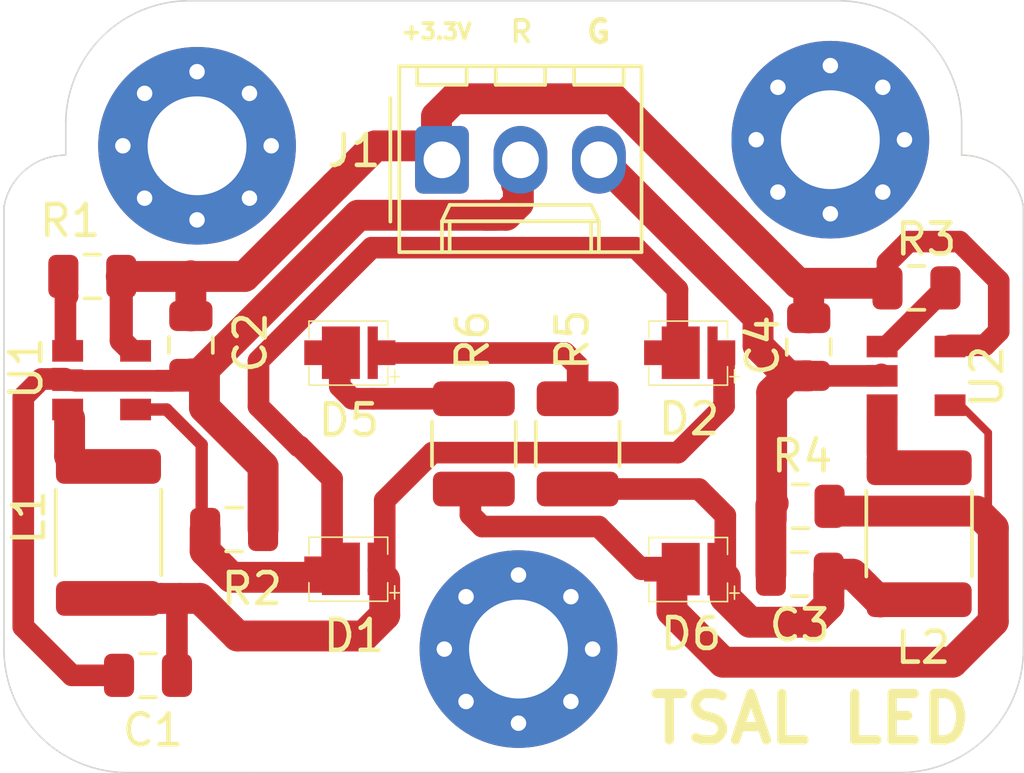
<source format=kicad_pcb>
(kicad_pcb (version 20171130) (host pcbnew "(5.1.9)-1")

  (general
    (thickness 1.6)
    (drawings 18)
    (tracks 157)
    (zones 0)
    (modules 22)
    (nets 17)
  )

  (page A4)
  (layers
    (0 F.Cu jumper)
    (31 B.Cu signal)
    (32 B.Adhes user)
    (33 F.Adhes user)
    (34 B.Paste user)
    (35 F.Paste user)
    (36 B.SilkS user)
    (37 F.SilkS user)
    (38 B.Mask user)
    (39 F.Mask user)
    (40 Dwgs.User user)
    (41 Cmts.User user)
    (42 Eco1.User user)
    (43 Eco2.User user)
    (44 Edge.Cuts user)
    (45 Margin user)
    (46 B.CrtYd user)
    (47 F.CrtYd user)
    (48 B.Fab user)
    (49 F.Fab user hide)
  )

  (setup
    (last_trace_width 0.7)
    (user_trace_width 0.3)
    (user_trace_width 0.4)
    (user_trace_width 0.5)
    (user_trace_width 0.7)
    (user_trace_width 0.75)
    (user_trace_width 1)
    (trace_clearance 0.2)
    (zone_clearance 0.208)
    (zone_45_only no)
    (trace_min 0.2)
    (via_size 0.8)
    (via_drill 0.4)
    (via_min_size 0.4)
    (via_min_drill 0.3)
    (uvia_size 0.3)
    (uvia_drill 0.1)
    (uvias_allowed no)
    (uvia_min_size 0.2)
    (uvia_min_drill 0.1)
    (edge_width 0.05)
    (segment_width 0.2)
    (pcb_text_width 0.3)
    (pcb_text_size 1.5 1.5)
    (mod_edge_width 0.12)
    (mod_text_size 1 1)
    (mod_text_width 0.15)
    (pad_size 1.524 1.524)
    (pad_drill 0.762)
    (pad_to_mask_clearance 0)
    (aux_axis_origin 0 0)
    (visible_elements 7FFFFFFF)
    (pcbplotparams
      (layerselection 0x010f0_ffffffff)
      (usegerberextensions true)
      (usegerberattributes true)
      (usegerberadvancedattributes true)
      (creategerberjobfile false)
      (excludeedgelayer true)
      (linewidth 0.100000)
      (plotframeref false)
      (viasonmask false)
      (mode 1)
      (useauxorigin false)
      (hpglpennumber 1)
      (hpglpenspeed 20)
      (hpglpendiameter 15.000000)
      (psnegative false)
      (psa4output false)
      (plotreference true)
      (plotvalue false)
      (plotinvisibletext false)
      (padsonsilk true)
      (subtractmaskfromsilk false)
      (outputformat 1)
      (mirror false)
      (drillshape 0)
      (scaleselection 1)
      (outputdirectory "Gerbers/"))
  )

  (net 0 "")
  (net 1 +3V3)
  (net 2 "Net-(H1-Pad1)")
  (net 3 "Net-(H2-Pad1)")
  (net 4 "Net-(H3-Pad1)")
  (net 5 Path_Red)
  (net 6 Path_Green)
  (net 7 "Net-(D1-Pad1)")
  (net 8 "Net-(D5-Pad1)")
  (net 9 "Net-(C1-Pad1)")
  (net 10 "Net-(C3-Pad1)")
  (net 11 "Net-(L1-Pad1)")
  (net 12 "Net-(L2-Pad1)")
  (net 13 "Net-(R1-Pad2)")
  (net 14 "Net-(R3-Pad2)")
  (net 15 "Net-(D5-Pad2)")
  (net 16 "Net-(D6-Pad1)")

  (net_class Default "This is the default net class."
    (clearance 0.2)
    (trace_width 0.25)
    (via_dia 0.8)
    (via_drill 0.4)
    (uvia_dia 0.3)
    (uvia_drill 0.1)
    (add_net +3V3)
    (add_net "Net-(C1-Pad1)")
    (add_net "Net-(C3-Pad1)")
    (add_net "Net-(D1-Pad1)")
    (add_net "Net-(D5-Pad1)")
    (add_net "Net-(D5-Pad2)")
    (add_net "Net-(D6-Pad1)")
    (add_net "Net-(H1-Pad1)")
    (add_net "Net-(H2-Pad1)")
    (add_net "Net-(H3-Pad1)")
    (add_net "Net-(L1-Pad1)")
    (add_net "Net-(L2-Pad1)")
    (add_net "Net-(R1-Pad2)")
    (add_net "Net-(R3-Pad2)")
    (add_net Path_Green)
    (add_net Path_Red)
  )

  (module Resistor_SMD:R_1210_3225Metric (layer F.Cu) (tedit 5F68FEEE) (tstamp 6161B054)
    (at 128.21 55.3525 270)
    (descr "Resistor SMD 1210 (3225 Metric), square (rectangular) end terminal, IPC_7351 nominal, (Body size source: IPC-SM-782 page 72, https://www.pcb-3d.com/wordpress/wp-content/uploads/ipc-sm-782a_amendment_1_and_2.pdf), generated with kicad-footprint-generator")
    (tags resistor)
    (path /6164F884)
    (attr smd)
    (fp_text reference R6 (at -3.3525 0.04 90) (layer F.SilkS)
      (effects (font (size 1 1) (thickness 0.15)))
    )
    (fp_text value 0_LINK (at 0 2.28 90) (layer F.Fab)
      (effects (font (size 1 1) (thickness 0.15)))
    )
    (fp_line (start 2.28 1.58) (end -2.28 1.58) (layer F.CrtYd) (width 0.05))
    (fp_line (start 2.28 -1.58) (end 2.28 1.58) (layer F.CrtYd) (width 0.05))
    (fp_line (start -2.28 -1.58) (end 2.28 -1.58) (layer F.CrtYd) (width 0.05))
    (fp_line (start -2.28 1.58) (end -2.28 -1.58) (layer F.CrtYd) (width 0.05))
    (fp_line (start -0.723737 1.355) (end 0.723737 1.355) (layer F.SilkS) (width 0.12))
    (fp_line (start -0.723737 -1.355) (end 0.723737 -1.355) (layer F.SilkS) (width 0.12))
    (fp_line (start 1.6 1.245) (end -1.6 1.245) (layer F.Fab) (width 0.1))
    (fp_line (start 1.6 -1.245) (end 1.6 1.245) (layer F.Fab) (width 0.1))
    (fp_line (start -1.6 -1.245) (end 1.6 -1.245) (layer F.Fab) (width 0.1))
    (fp_line (start -1.6 1.245) (end -1.6 -1.245) (layer F.Fab) (width 0.1))
    (fp_text user %R (at 0 0 90) (layer F.Fab)
      (effects (font (size 0.8 0.8) (thickness 0.12)))
    )
    (pad 2 smd roundrect (at 1.4625 0 270) (size 1.125 2.65) (layers F.Cu F.Paste F.Mask) (roundrect_rratio 0.222222)
      (net 16 "Net-(D6-Pad1)"))
    (pad 1 smd roundrect (at -1.4625 0 270) (size 1.125 2.65) (layers F.Cu F.Paste F.Mask) (roundrect_rratio 0.222222)
      (net 8 "Net-(D5-Pad1)"))
    (model ${KISYS3DMOD}/Resistor_SMD.3dshapes/R_1210_3225Metric.wrl
      (at (xyz 0 0 0))
      (scale (xyz 1 1 1))
      (rotate (xyz 0 0 0))
    )
  )

  (module Resistor_SMD:R_1210_3225Metric (layer F.Cu) (tedit 5F68FEEE) (tstamp 61619F55)
    (at 131.57 55.3525 90)
    (descr "Resistor SMD 1210 (3225 Metric), square (rectangular) end terminal, IPC_7351 nominal, (Body size source: IPC-SM-782 page 72, https://www.pcb-3d.com/wordpress/wp-content/uploads/ipc-sm-782a_amendment_1_and_2.pdf), generated with kicad-footprint-generator")
    (tags resistor)
    (path /61646063)
    (attr smd)
    (fp_text reference R5 (at 3.3725 -0.17 90) (layer F.SilkS)
      (effects (font (size 1 1) (thickness 0.15)))
    )
    (fp_text value 0_LINK (at 0 2.28 90) (layer F.Fab)
      (effects (font (size 1 1) (thickness 0.15)))
    )
    (fp_line (start 2.28 1.58) (end -2.28 1.58) (layer F.CrtYd) (width 0.05))
    (fp_line (start 2.28 -1.58) (end 2.28 1.58) (layer F.CrtYd) (width 0.05))
    (fp_line (start -2.28 -1.58) (end 2.28 -1.58) (layer F.CrtYd) (width 0.05))
    (fp_line (start -2.28 1.58) (end -2.28 -1.58) (layer F.CrtYd) (width 0.05))
    (fp_line (start -0.723737 1.355) (end 0.723737 1.355) (layer F.SilkS) (width 0.12))
    (fp_line (start -0.723737 -1.355) (end 0.723737 -1.355) (layer F.SilkS) (width 0.12))
    (fp_line (start 1.6 1.245) (end -1.6 1.245) (layer F.Fab) (width 0.1))
    (fp_line (start 1.6 -1.245) (end 1.6 1.245) (layer F.Fab) (width 0.1))
    (fp_line (start -1.6 -1.245) (end 1.6 -1.245) (layer F.Fab) (width 0.1))
    (fp_line (start -1.6 1.245) (end -1.6 -1.245) (layer F.Fab) (width 0.1))
    (fp_text user %R (at 0 0 90) (layer F.Fab)
      (effects (font (size 0.8 0.8) (thickness 0.12)))
    )
    (pad 2 smd roundrect (at 1.4625 0 90) (size 1.125 2.65) (layers F.Cu F.Paste F.Mask) (roundrect_rratio 0.222222)
      (net 15 "Net-(D5-Pad2)"))
    (pad 1 smd roundrect (at -1.4625 0 90) (size 1.125 2.65) (layers F.Cu F.Paste F.Mask) (roundrect_rratio 0.222222)
      (net 10 "Net-(C3-Pad1)"))
    (model ${KISYS3DMOD}/Resistor_SMD.3dshapes/R_1210_3225Metric.wrl
      (at (xyz 0 0 0))
      (scale (xyz 1 1 1))
      (rotate (xyz 0 0 0))
    )
  )

  (module Capacitor_SMD:C_0805_2012Metric (layer F.Cu) (tedit 5B36C52B) (tstamp 615776BD)
    (at 119.05 52.1475 270)
    (descr "Capacitor SMD 0805 (2012 Metric), square (rectangular) end terminal, IPC_7351 nominal, (Body size source: https://docs.google.com/spreadsheets/d/1BsfQQcO9C6DZCsRaXUlFlo91Tg2WpOkGARC1WS5S8t0/edit?usp=sharing), generated with kicad-footprint-generator")
    (tags capacitor)
    (path /6149E713)
    (attr smd)
    (fp_text reference C2 (at -0.0775 -1.93 90) (layer F.SilkS)
      (effects (font (size 1 1) (thickness 0.15)))
    )
    (fp_text value 10uF (at 0 1.65 90) (layer F.Fab)
      (effects (font (size 1 1) (thickness 0.15)))
    )
    (fp_line (start -1 0.6) (end -1 -0.6) (layer F.Fab) (width 0.1))
    (fp_line (start -1 -0.6) (end 1 -0.6) (layer F.Fab) (width 0.1))
    (fp_line (start 1 -0.6) (end 1 0.6) (layer F.Fab) (width 0.1))
    (fp_line (start 1 0.6) (end -1 0.6) (layer F.Fab) (width 0.1))
    (fp_line (start -0.258578 -0.71) (end 0.258578 -0.71) (layer F.SilkS) (width 0.12))
    (fp_line (start -0.258578 0.71) (end 0.258578 0.71) (layer F.SilkS) (width 0.12))
    (fp_line (start -1.68 0.95) (end -1.68 -0.95) (layer F.CrtYd) (width 0.05))
    (fp_line (start -1.68 -0.95) (end 1.68 -0.95) (layer F.CrtYd) (width 0.05))
    (fp_line (start 1.68 -0.95) (end 1.68 0.95) (layer F.CrtYd) (width 0.05))
    (fp_line (start 1.68 0.95) (end -1.68 0.95) (layer F.CrtYd) (width 0.05))
    (fp_text user %R (at 0 0 90) (layer F.Fab)
      (effects (font (size 0.5 0.5) (thickness 0.08)))
    )
    (pad 2 smd roundrect (at 0.9375 0 270) (size 0.975 1.4) (layers F.Cu F.Paste F.Mask) (roundrect_rratio 0.25)
      (net 5 Path_Red))
    (pad 1 smd roundrect (at -0.9375 0 270) (size 0.975 1.4) (layers F.Cu F.Paste F.Mask) (roundrect_rratio 0.25)
      (net 1 +3V3))
    (model ${KISYS3DMOD}/Capacitor_SMD.3dshapes/C_0805_2012Metric.wrl
      (at (xyz 0 0 0))
      (scale (xyz 1 1 1))
      (rotate (xyz 0 0 0))
    )
  )

  (module PAM2804:PAM2804 (layer F.Cu) (tedit 61471E34) (tstamp 615B705E)
    (at 115.062 52.3392)
    (path /6149E719)
    (fp_text reference U1 (at -1.342 0.5608 90) (layer F.SilkS)
      (effects (font (size 1 1) (thickness 0.15)))
    )
    (fp_text value PAM2804 (at -3.382 0.1408 90) (layer F.Fab)
      (effects (font (size 1 1) (thickness 0.15)))
    )
    (pad 5 smd rect (at 2.199 0) (size 1 0.7) (layers F.Cu F.Paste F.Mask)
      (net 1 +3V3))
    (pad 4 smd rect (at 2.199 1.9) (size 1 0.7) (layers F.Cu F.Paste F.Mask)
      (net 7 "Net-(D1-Pad1)"))
    (pad 3 smd rect (at 0 1.9) (size 1 0.7) (layers F.Cu F.Paste F.Mask)
      (net 11 "Net-(L1-Pad1)"))
    (pad 2 smd rect (at 0 0.95) (size 1 0.7) (layers F.Cu F.Paste F.Mask)
      (net 5 Path_Red))
    (pad 1 smd rect (at 0 0) (size 1 0.7) (layers F.Cu F.Paste F.Mask)
      (net 13 "Net-(R1-Pad2)"))
    (model "${KIPRJMOD}/User Library-sot25.step"
      (offset (xyz 2 0.5 0))
      (scale (xyz 1 1 1))
      (rotate (xyz 90 180 0))
    )
  )

  (module Capacitor_SMD:C_0805_2012Metric (layer F.Cu) (tedit 5B36C52B) (tstamp 61615B9F)
    (at 139.05 52.2125 270)
    (descr "Capacitor SMD 0805 (2012 Metric), square (rectangular) end terminal, IPC_7351 nominal, (Body size source: https://docs.google.com/spreadsheets/d/1BsfQQcO9C6DZCsRaXUlFlo91Tg2WpOkGARC1WS5S8t0/edit?usp=sharing), generated with kicad-footprint-generator")
    (tags capacitor)
    (path /6148B6A9)
    (attr smd)
    (fp_text reference C4 (at -0.0425 1.49 90) (layer F.SilkS)
      (effects (font (size 1 1) (thickness 0.15)))
    )
    (fp_text value 10uF (at 0 1.65 90) (layer F.Fab)
      (effects (font (size 1 1) (thickness 0.15)))
    )
    (fp_line (start -1 0.6) (end -1 -0.6) (layer F.Fab) (width 0.1))
    (fp_line (start -1 -0.6) (end 1 -0.6) (layer F.Fab) (width 0.1))
    (fp_line (start 1 -0.6) (end 1 0.6) (layer F.Fab) (width 0.1))
    (fp_line (start 1 0.6) (end -1 0.6) (layer F.Fab) (width 0.1))
    (fp_line (start -0.258578 -0.71) (end 0.258578 -0.71) (layer F.SilkS) (width 0.12))
    (fp_line (start -0.258578 0.71) (end 0.258578 0.71) (layer F.SilkS) (width 0.12))
    (fp_line (start -1.68 0.95) (end -1.68 -0.95) (layer F.CrtYd) (width 0.05))
    (fp_line (start -1.68 -0.95) (end 1.68 -0.95) (layer F.CrtYd) (width 0.05))
    (fp_line (start 1.68 -0.95) (end 1.68 0.95) (layer F.CrtYd) (width 0.05))
    (fp_line (start 1.68 0.95) (end -1.68 0.95) (layer F.CrtYd) (width 0.05))
    (fp_text user %R (at 0 0 90) (layer F.Fab)
      (effects (font (size 0.5 0.5) (thickness 0.08)))
    )
    (pad 2 smd roundrect (at 0.9375 0 270) (size 0.975 1.4) (layers F.Cu F.Paste F.Mask) (roundrect_rratio 0.25)
      (net 6 Path_Green))
    (pad 1 smd roundrect (at -0.9375 0 270) (size 0.975 1.4) (layers F.Cu F.Paste F.Mask) (roundrect_rratio 0.25)
      (net 1 +3V3))
    (model ${KISYS3DMOD}/Capacitor_SMD.3dshapes/C_0805_2012Metric.wrl
      (at (xyz 0 0 0))
      (scale (xyz 1 1 1))
      (rotate (xyz 0 0 0))
    )
  )

  (module MountingHole:MountingHole_3.2mm_M3_Pad_Via (layer F.Cu) (tedit 56DDBCCA) (tstamp 60A2BF60)
    (at 139.75 45.5)
    (descr "Mounting Hole 3.2mm, M3")
    (tags "mounting hole 3.2mm m3")
    (path /607D7EFE)
    (attr virtual)
    (fp_text reference H1 (at 0 -4.2) (layer F.SilkS) hide
      (effects (font (size 1 1) (thickness 0.15)))
    )
    (fp_text value MountingHole_Pad (at 1.5 -6.13) (layer F.Fab)
      (effects (font (size 1 1) (thickness 0.15)))
    )
    (fp_circle (center 0 0) (end 3.45 0) (layer F.CrtYd) (width 0.05))
    (fp_circle (center 0 0) (end 3.2 0) (layer Cmts.User) (width 0.15))
    (fp_text user %R (at 0.3 0) (layer F.Fab)
      (effects (font (size 1 1) (thickness 0.15)))
    )
    (pad 1 thru_hole circle (at 0 0) (size 6.4 6.4) (drill 3.2) (layers *.Cu *.Mask)
      (net 2 "Net-(H1-Pad1)"))
    (pad 1 thru_hole circle (at 2.4 0) (size 0.8 0.8) (drill 0.5) (layers *.Cu *.Mask)
      (net 2 "Net-(H1-Pad1)"))
    (pad 1 thru_hole circle (at 1.697056 1.697056) (size 0.8 0.8) (drill 0.5) (layers *.Cu *.Mask)
      (net 2 "Net-(H1-Pad1)"))
    (pad 1 thru_hole circle (at 0 2.4) (size 0.8 0.8) (drill 0.5) (layers *.Cu *.Mask)
      (net 2 "Net-(H1-Pad1)"))
    (pad 1 thru_hole circle (at -1.697056 1.697056) (size 0.8 0.8) (drill 0.5) (layers *.Cu *.Mask)
      (net 2 "Net-(H1-Pad1)"))
    (pad 1 thru_hole circle (at -2.4 0) (size 0.8 0.8) (drill 0.5) (layers *.Cu *.Mask)
      (net 2 "Net-(H1-Pad1)"))
    (pad 1 thru_hole circle (at -1.697056 -1.697056) (size 0.8 0.8) (drill 0.5) (layers *.Cu *.Mask)
      (net 2 "Net-(H1-Pad1)"))
    (pad 1 thru_hole circle (at 0 -2.4) (size 0.8 0.8) (drill 0.5) (layers *.Cu *.Mask)
      (net 2 "Net-(H1-Pad1)"))
    (pad 1 thru_hole circle (at 1.697056 -1.697056) (size 0.8 0.8) (drill 0.5) (layers *.Cu *.Mask)
      (net 2 "Net-(H1-Pad1)"))
  )

  (module Connector_Molex:Molex_KK-254_AE-6410-03A_1x03_P2.54mm_Vertical (layer F.Cu) (tedit 5EA53D3B) (tstamp 61616706)
    (at 127.1778 46.1518)
    (descr "Molex KK-254 Interconnect System, old/engineering part number: AE-6410-03A example for new part number: 22-27-2031, 3 Pins (http://www.molex.com/pdm_docs/sd/022272021_sd.pdf), generated with kicad-footprint-generator")
    (tags "connector Molex KK-254 vertical")
    (path /6079464C)
    (fp_text reference J1 (at -2.8478 -0.2918 180) (layer F.SilkS)
      (effects (font (size 1 1) (thickness 0.15)))
    )
    (fp_text value Conn_01x03 (at 2.54 4.08) (layer F.Fab)
      (effects (font (size 1 1) (thickness 0.15)))
    )
    (fp_line (start 6.85 -3.42) (end -1.77 -3.42) (layer F.CrtYd) (width 0.05))
    (fp_line (start 6.85 3.38) (end 6.85 -3.42) (layer F.CrtYd) (width 0.05))
    (fp_line (start -1.77 3.38) (end 6.85 3.38) (layer F.CrtYd) (width 0.05))
    (fp_line (start -1.77 -3.42) (end -1.77 3.38) (layer F.CrtYd) (width 0.05))
    (fp_line (start 5.88 -2.43) (end 5.88 -3.03) (layer F.SilkS) (width 0.12))
    (fp_line (start 4.28 -2.43) (end 5.88 -2.43) (layer F.SilkS) (width 0.12))
    (fp_line (start 4.28 -3.03) (end 4.28 -2.43) (layer F.SilkS) (width 0.12))
    (fp_line (start 3.34 -2.43) (end 3.34 -3.03) (layer F.SilkS) (width 0.12))
    (fp_line (start 1.74 -2.43) (end 3.34 -2.43) (layer F.SilkS) (width 0.12))
    (fp_line (start 1.74 -3.03) (end 1.74 -2.43) (layer F.SilkS) (width 0.12))
    (fp_line (start 0.8 -2.43) (end 0.8 -3.03) (layer F.SilkS) (width 0.12))
    (fp_line (start -0.8 -2.43) (end 0.8 -2.43) (layer F.SilkS) (width 0.12))
    (fp_line (start -0.8 -3.03) (end -0.8 -2.43) (layer F.SilkS) (width 0.12))
    (fp_line (start 4.83 2.99) (end 4.83 1.99) (layer F.SilkS) (width 0.12))
    (fp_line (start 0.25 2.99) (end 0.25 1.99) (layer F.SilkS) (width 0.12))
    (fp_line (start 4.83 1.46) (end 5.08 1.99) (layer F.SilkS) (width 0.12))
    (fp_line (start 0.25 1.46) (end 4.83 1.46) (layer F.SilkS) (width 0.12))
    (fp_line (start 0 1.99) (end 0.25 1.46) (layer F.SilkS) (width 0.12))
    (fp_line (start 5.08 1.99) (end 5.08 2.99) (layer F.SilkS) (width 0.12))
    (fp_line (start 0 1.99) (end 5.08 1.99) (layer F.SilkS) (width 0.12))
    (fp_line (start 0 2.99) (end 0 1.99) (layer F.SilkS) (width 0.12))
    (fp_line (start -0.562893 0) (end -1.27 0.5) (layer F.Fab) (width 0.1))
    (fp_line (start -1.27 -0.5) (end -0.562893 0) (layer F.Fab) (width 0.1))
    (fp_line (start -1.67 -2) (end -1.67 2) (layer F.SilkS) (width 0.12))
    (fp_line (start 6.46 -3.03) (end -1.38 -3.03) (layer F.SilkS) (width 0.12))
    (fp_line (start 6.46 2.99) (end 6.46 -3.03) (layer F.SilkS) (width 0.12))
    (fp_line (start -1.38 2.99) (end 6.46 2.99) (layer F.SilkS) (width 0.12))
    (fp_line (start -1.38 -3.03) (end -1.38 2.99) (layer F.SilkS) (width 0.12))
    (fp_line (start 6.35 -2.92) (end -1.27 -2.92) (layer F.Fab) (width 0.1))
    (fp_line (start 6.35 2.88) (end 6.35 -2.92) (layer F.Fab) (width 0.1))
    (fp_line (start -1.27 2.88) (end 6.35 2.88) (layer F.Fab) (width 0.1))
    (fp_line (start -1.27 -2.92) (end -1.27 2.88) (layer F.Fab) (width 0.1))
    (fp_text user %R (at 2.54 -2.22) (layer F.Fab)
      (effects (font (size 1 1) (thickness 0.15)))
    )
    (pad 3 thru_hole oval (at 5.08 0) (size 1.74 2.19) (drill 1.19) (layers *.Cu *.Mask)
      (net 6 Path_Green))
    (pad 2 thru_hole oval (at 2.54 0) (size 1.74 2.19) (drill 1.19) (layers *.Cu *.Mask)
      (net 5 Path_Red))
    (pad 1 thru_hole roundrect (at 0 0) (size 1.74 2.19) (drill 1.19) (layers *.Cu *.Mask) (roundrect_rratio 0.143678)
      (net 1 +3V3))
    (model ${KISYS3DMOD}/Connector_Molex.3dshapes/Molex_KK-254_AE-6410-03A_1x03_P2.54mm_Vertical.wrl
      (at (xyz 0 0 0))
      (scale (xyz 1 1 1))
      (rotate (xyz 0 0 0))
    )
  )

  (module PAM2804:PAM2804 (layer F.Cu) (tedit 61471E34) (tstamp 6150F1C1)
    (at 141.426 52.2)
    (path /61474D74)
    (fp_text reference U2 (at 3.399 0.975 270) (layer F.SilkS)
      (effects (font (size 1 1) (thickness 0.15)))
    )
    (fp_text value PAM2804 (at 1.25 -3) (layer F.Fab)
      (effects (font (size 1 1) (thickness 0.15)))
    )
    (pad 5 smd rect (at 2.199 0) (size 1 0.7) (layers F.Cu F.Paste F.Mask)
      (net 1 +3V3))
    (pad 4 smd rect (at 2.199 1.9) (size 1 0.7) (layers F.Cu F.Paste F.Mask)
      (net 16 "Net-(D6-Pad1)"))
    (pad 3 smd rect (at 0 1.9) (size 1 0.7) (layers F.Cu F.Paste F.Mask)
      (net 12 "Net-(L2-Pad1)"))
    (pad 2 smd rect (at 0 0.95) (size 1 0.7) (layers F.Cu F.Paste F.Mask)
      (net 6 Path_Green))
    (pad 1 smd rect (at 0 0) (size 1 0.7) (layers F.Cu F.Paste F.Mask)
      (net 14 "Net-(R3-Pad2)"))
  )

  (module Resistor_SMD:R_0805_2012Metric (layer F.Cu) (tedit 5B36C52B) (tstamp 61615488)
    (at 138.7875 57.375 180)
    (descr "Resistor SMD 0805 (2012 Metric), square (rectangular) end terminal, IPC_7351 nominal, (Body size source: https://docs.google.com/spreadsheets/d/1BsfQQcO9C6DZCsRaXUlFlo91Tg2WpOkGARC1WS5S8t0/edit?usp=sharing), generated with kicad-footprint-generator")
    (tags resistor)
    (path /614775DC)
    (attr smd)
    (fp_text reference R4 (at -0.05 1.625) (layer F.SilkS)
      (effects (font (size 1 1) (thickness 0.15)))
    )
    (fp_text value R_Small (at 0 1.65) (layer F.Fab)
      (effects (font (size 1 1) (thickness 0.15)))
    )
    (fp_line (start -1 0.6) (end -1 -0.6) (layer F.Fab) (width 0.1))
    (fp_line (start -1 -0.6) (end 1 -0.6) (layer F.Fab) (width 0.1))
    (fp_line (start 1 -0.6) (end 1 0.6) (layer F.Fab) (width 0.1))
    (fp_line (start 1 0.6) (end -1 0.6) (layer F.Fab) (width 0.1))
    (fp_line (start -0.258578 -0.71) (end 0.258578 -0.71) (layer F.SilkS) (width 0.12))
    (fp_line (start -0.258578 0.71) (end 0.258578 0.71) (layer F.SilkS) (width 0.12))
    (fp_line (start -1.68 0.95) (end -1.68 -0.95) (layer F.CrtYd) (width 0.05))
    (fp_line (start -1.68 -0.95) (end 1.68 -0.95) (layer F.CrtYd) (width 0.05))
    (fp_line (start 1.68 -0.95) (end 1.68 0.95) (layer F.CrtYd) (width 0.05))
    (fp_line (start 1.68 0.95) (end -1.68 0.95) (layer F.CrtYd) (width 0.05))
    (fp_text user %R (at 0 0) (layer F.Fab)
      (effects (font (size 0.5 0.5) (thickness 0.08)))
    )
    (pad 2 smd roundrect (at 0.9375 0 180) (size 0.975 1.4) (layers F.Cu F.Paste F.Mask) (roundrect_rratio 0.25)
      (net 6 Path_Green))
    (pad 1 smd roundrect (at -0.9375 0 180) (size 0.975 1.4) (layers F.Cu F.Paste F.Mask) (roundrect_rratio 0.25)
      (net 16 "Net-(D6-Pad1)"))
    (model ${KISYS3DMOD}/Resistor_SMD.3dshapes/R_0805_2012Metric.wrl
      (at (xyz 0 0 0))
      (scale (xyz 1 1 1))
      (rotate (xyz 0 0 0))
    )
  )

  (module Resistor_SMD:R_0805_2012Metric (layer F.Cu) (tedit 5B36C52B) (tstamp 614772BA)
    (at 142.5375 50.3)
    (descr "Resistor SMD 0805 (2012 Metric), square (rectangular) end terminal, IPC_7351 nominal, (Body size source: https://docs.google.com/spreadsheets/d/1BsfQQcO9C6DZCsRaXUlFlo91Tg2WpOkGARC1WS5S8t0/edit?usp=sharing), generated with kicad-footprint-generator")
    (tags resistor)
    (path /61481B47)
    (attr smd)
    (fp_text reference R3 (at 0.3125 -1.575) (layer F.SilkS)
      (effects (font (size 1 1) (thickness 0.15)))
    )
    (fp_text value R_Small (at 0 1.65) (layer F.Fab)
      (effects (font (size 1 1) (thickness 0.15)))
    )
    (fp_line (start -1 0.6) (end -1 -0.6) (layer F.Fab) (width 0.1))
    (fp_line (start -1 -0.6) (end 1 -0.6) (layer F.Fab) (width 0.1))
    (fp_line (start 1 -0.6) (end 1 0.6) (layer F.Fab) (width 0.1))
    (fp_line (start 1 0.6) (end -1 0.6) (layer F.Fab) (width 0.1))
    (fp_line (start -0.258578 -0.71) (end 0.258578 -0.71) (layer F.SilkS) (width 0.12))
    (fp_line (start -0.258578 0.71) (end 0.258578 0.71) (layer F.SilkS) (width 0.12))
    (fp_line (start -1.68 0.95) (end -1.68 -0.95) (layer F.CrtYd) (width 0.05))
    (fp_line (start -1.68 -0.95) (end 1.68 -0.95) (layer F.CrtYd) (width 0.05))
    (fp_line (start 1.68 -0.95) (end 1.68 0.95) (layer F.CrtYd) (width 0.05))
    (fp_line (start 1.68 0.95) (end -1.68 0.95) (layer F.CrtYd) (width 0.05))
    (fp_text user %R (at 0 0) (layer F.Fab)
      (effects (font (size 0.5 0.5) (thickness 0.08)))
    )
    (pad 2 smd roundrect (at 0.9375 0) (size 0.975 1.4) (layers F.Cu F.Paste F.Mask) (roundrect_rratio 0.25)
      (net 14 "Net-(R3-Pad2)"))
    (pad 1 smd roundrect (at -0.9375 0) (size 0.975 1.4) (layers F.Cu F.Paste F.Mask) (roundrect_rratio 0.25)
      (net 1 +3V3))
    (model ${KISYS3DMOD}/Resistor_SMD.3dshapes/R_0805_2012Metric.wrl
      (at (xyz 0 0 0))
      (scale (xyz 1 1 1))
      (rotate (xyz 0 0 0))
    )
  )

  (module Resistor_SMD:R_0805_2012Metric (layer F.Cu) (tedit 5B36C52B) (tstamp 61616315)
    (at 120.45 58.125)
    (descr "Resistor SMD 0805 (2012 Metric), square (rectangular) end terminal, IPC_7351 nominal, (Body size source: https://docs.google.com/spreadsheets/d/1BsfQQcO9C6DZCsRaXUlFlo91Tg2WpOkGARC1WS5S8t0/edit?usp=sharing), generated with kicad-footprint-generator")
    (tags resistor)
    (path /614A8EC0)
    (attr smd)
    (fp_text reference R2 (at 0.575 1.925) (layer F.SilkS)
      (effects (font (size 1 1) (thickness 0.15)))
    )
    (fp_text value R_Small (at 0 1.65) (layer F.Fab)
      (effects (font (size 1 1) (thickness 0.15)))
    )
    (fp_line (start -1 0.6) (end -1 -0.6) (layer F.Fab) (width 0.1))
    (fp_line (start -1 -0.6) (end 1 -0.6) (layer F.Fab) (width 0.1))
    (fp_line (start 1 -0.6) (end 1 0.6) (layer F.Fab) (width 0.1))
    (fp_line (start 1 0.6) (end -1 0.6) (layer F.Fab) (width 0.1))
    (fp_line (start -0.258578 -0.71) (end 0.258578 -0.71) (layer F.SilkS) (width 0.12))
    (fp_line (start -0.258578 0.71) (end 0.258578 0.71) (layer F.SilkS) (width 0.12))
    (fp_line (start -1.68 0.95) (end -1.68 -0.95) (layer F.CrtYd) (width 0.05))
    (fp_line (start -1.68 -0.95) (end 1.68 -0.95) (layer F.CrtYd) (width 0.05))
    (fp_line (start 1.68 -0.95) (end 1.68 0.95) (layer F.CrtYd) (width 0.05))
    (fp_line (start 1.68 0.95) (end -1.68 0.95) (layer F.CrtYd) (width 0.05))
    (fp_text user %R (at 0 0) (layer F.Fab)
      (effects (font (size 0.5 0.5) (thickness 0.08)))
    )
    (pad 2 smd roundrect (at 0.9375 0) (size 0.975 1.4) (layers F.Cu F.Paste F.Mask) (roundrect_rratio 0.25)
      (net 5 Path_Red))
    (pad 1 smd roundrect (at -0.9375 0) (size 0.975 1.4) (layers F.Cu F.Paste F.Mask) (roundrect_rratio 0.25)
      (net 7 "Net-(D1-Pad1)"))
    (model ${KISYS3DMOD}/Resistor_SMD.3dshapes/R_0805_2012Metric.wrl
      (at (xyz 0 0 0))
      (scale (xyz 1 1 1))
      (rotate (xyz 0 0 0))
    )
  )

  (module Resistor_SMD:R_0805_2012Metric (layer F.Cu) (tedit 5B36C52B) (tstamp 615B6F71)
    (at 115.86 49.93 180)
    (descr "Resistor SMD 0805 (2012 Metric), square (rectangular) end terminal, IPC_7351 nominal, (Body size source: https://docs.google.com/spreadsheets/d/1BsfQQcO9C6DZCsRaXUlFlo91Tg2WpOkGARC1WS5S8t0/edit?usp=sharing), generated with kicad-footprint-generator")
    (tags resistor)
    (path /6149E6FB)
    (attr smd)
    (fp_text reference R1 (at 0.7175 1.805 180) (layer F.SilkS)
      (effects (font (size 1 1) (thickness 0.15)))
    )
    (fp_text value R_Small (at 0.4275 1.685) (layer F.Fab)
      (effects (font (size 1 1) (thickness 0.15)))
    )
    (fp_line (start -1 0.6) (end -1 -0.6) (layer F.Fab) (width 0.1))
    (fp_line (start -1 -0.6) (end 1 -0.6) (layer F.Fab) (width 0.1))
    (fp_line (start 1 -0.6) (end 1 0.6) (layer F.Fab) (width 0.1))
    (fp_line (start 1 0.6) (end -1 0.6) (layer F.Fab) (width 0.1))
    (fp_line (start -0.258578 -0.71) (end 0.258578 -0.71) (layer F.SilkS) (width 0.12))
    (fp_line (start -0.258578 0.71) (end 0.258578 0.71) (layer F.SilkS) (width 0.12))
    (fp_line (start -1.68 0.95) (end -1.68 -0.95) (layer F.CrtYd) (width 0.05))
    (fp_line (start -1.68 -0.95) (end 1.68 -0.95) (layer F.CrtYd) (width 0.05))
    (fp_line (start 1.68 -0.95) (end 1.68 0.95) (layer F.CrtYd) (width 0.05))
    (fp_line (start 1.68 0.95) (end -1.68 0.95) (layer F.CrtYd) (width 0.05))
    (fp_text user %R (at 0 0) (layer F.Fab)
      (effects (font (size 0.5 0.5) (thickness 0.08)))
    )
    (pad 2 smd roundrect (at 0.9375 0 180) (size 0.975 1.4) (layers F.Cu F.Paste F.Mask) (roundrect_rratio 0.25)
      (net 13 "Net-(R1-Pad2)"))
    (pad 1 smd roundrect (at -0.9375 0 180) (size 0.975 1.4) (layers F.Cu F.Paste F.Mask) (roundrect_rratio 0.25)
      (net 1 +3V3))
    (model ${KISYS3DMOD}/Resistor_SMD.3dshapes/R_0805_2012Metric.wrl
      (at (xyz 0 0 0))
      (scale (xyz 1 1 1))
      (rotate (xyz 0 0 0))
    )
  )

  (module Inductor_SMD:L_1812_4532Metric (layer F.Cu) (tedit 5B301BBE) (tstamp 61555F45)
    (at 142.625 58.2625 270)
    (descr "Inductor SMD 1812 (4532 Metric), square (rectangular) end terminal, IPC_7351 nominal, (Body size source: https://www.nikhef.nl/pub/departments/mt/projects/detectorR_D/dtddice/ERJ2G.pdf), generated with kicad-footprint-generator")
    (tags inductor)
    (path /6148793F)
    (attr smd)
    (fp_text reference L2 (at 3.6875 -0.125) (layer F.SilkS)
      (effects (font (size 1 1) (thickness 0.15)))
    )
    (fp_text value L_Small (at 0 2.65 90) (layer F.Fab)
      (effects (font (size 1 1) (thickness 0.15)))
    )
    (fp_line (start -2.25 1.6) (end -2.25 -1.6) (layer F.Fab) (width 0.1))
    (fp_line (start -2.25 -1.6) (end 2.25 -1.6) (layer F.Fab) (width 0.1))
    (fp_line (start 2.25 -1.6) (end 2.25 1.6) (layer F.Fab) (width 0.1))
    (fp_line (start 2.25 1.6) (end -2.25 1.6) (layer F.Fab) (width 0.1))
    (fp_line (start -1.386252 -1.71) (end 1.386252 -1.71) (layer F.SilkS) (width 0.12))
    (fp_line (start -1.386252 1.71) (end 1.386252 1.71) (layer F.SilkS) (width 0.12))
    (fp_line (start -2.95 1.95) (end -2.95 -1.95) (layer F.CrtYd) (width 0.05))
    (fp_line (start -2.95 -1.95) (end 2.95 -1.95) (layer F.CrtYd) (width 0.05))
    (fp_line (start 2.95 -1.95) (end 2.95 1.95) (layer F.CrtYd) (width 0.05))
    (fp_line (start 2.95 1.95) (end -2.95 1.95) (layer F.CrtYd) (width 0.05))
    (fp_text user %R (at 0 0 90) (layer F.Fab)
      (effects (font (size 1 1) (thickness 0.15)))
    )
    (pad 2 smd roundrect (at 2.1375 0 270) (size 1.125 3.4) (layers F.Cu F.Paste F.Mask) (roundrect_rratio 0.222222)
      (net 10 "Net-(C3-Pad1)"))
    (pad 1 smd roundrect (at -2.1375 0 270) (size 1.125 3.4) (layers F.Cu F.Paste F.Mask) (roundrect_rratio 0.222222)
      (net 12 "Net-(L2-Pad1)"))
    (model ${KISYS3DMOD}/Inductor_SMD.3dshapes/L_1812_4532Metric.wrl
      (at (xyz 0 0 0))
      (scale (xyz 1 1 1))
      (rotate (xyz 0 0 0))
    )
  )

  (module Inductor_SMD:L_1812_4532Metric (layer F.Cu) (tedit 5B301BBE) (tstamp 61523C21)
    (at 116.3828 58.2207 270)
    (descr "Inductor SMD 1812 (4532 Metric), square (rectangular) end terminal, IPC_7351 nominal, (Body size source: https://www.nikhef.nl/pub/departments/mt/projects/detectorR_D/dtddice/ERJ2G.pdf), generated with kicad-footprint-generator")
    (tags inductor)
    (path /6149E70B)
    (attr smd)
    (fp_text reference L1 (at -0.4907 2.5728 90) (layer F.SilkS)
      (effects (font (size 1 1) (thickness 0.15)))
    )
    (fp_text value L_Small (at 0 2.65 90) (layer F.Fab)
      (effects (font (size 1 1) (thickness 0.15)))
    )
    (fp_line (start -2.25 1.6) (end -2.25 -1.6) (layer F.Fab) (width 0.1))
    (fp_line (start -2.25 -1.6) (end 2.25 -1.6) (layer F.Fab) (width 0.1))
    (fp_line (start 2.25 -1.6) (end 2.25 1.6) (layer F.Fab) (width 0.1))
    (fp_line (start 2.25 1.6) (end -2.25 1.6) (layer F.Fab) (width 0.1))
    (fp_line (start -1.386252 -1.71) (end 1.386252 -1.71) (layer F.SilkS) (width 0.12))
    (fp_line (start -1.386252 1.71) (end 1.386252 1.71) (layer F.SilkS) (width 0.12))
    (fp_line (start -2.95 1.95) (end -2.95 -1.95) (layer F.CrtYd) (width 0.05))
    (fp_line (start -2.95 -1.95) (end 2.95 -1.95) (layer F.CrtYd) (width 0.05))
    (fp_line (start 2.95 -1.95) (end 2.95 1.95) (layer F.CrtYd) (width 0.05))
    (fp_line (start 2.95 1.95) (end -2.95 1.95) (layer F.CrtYd) (width 0.05))
    (fp_text user %R (at 0 0 90) (layer F.Fab)
      (effects (font (size 1 1) (thickness 0.15)))
    )
    (pad 2 smd roundrect (at 2.1375 0 270) (size 1.125 3.4) (layers F.Cu F.Paste F.Mask) (roundrect_rratio 0.222222)
      (net 9 "Net-(C1-Pad1)"))
    (pad 1 smd roundrect (at -2.1375 0 270) (size 1.125 3.4) (layers F.Cu F.Paste F.Mask) (roundrect_rratio 0.222222)
      (net 11 "Net-(L1-Pad1)"))
    (model ${KISYS3DMOD}/Inductor_SMD.3dshapes/L_1812_4532Metric.wrl
      (at (xyz 0 0 0))
      (scale (xyz 1 1 1))
      (rotate (xyz 0 0 0))
    )
  )

  (module Capacitor_SMD:C_0805_2012Metric (layer F.Cu) (tedit 5B36C52B) (tstamp 61524442)
    (at 138.7625 59.575 180)
    (descr "Capacitor SMD 0805 (2012 Metric), square (rectangular) end terminal, IPC_7351 nominal, (Body size source: https://docs.google.com/spreadsheets/d/1BsfQQcO9C6DZCsRaXUlFlo91Tg2WpOkGARC1WS5S8t0/edit?usp=sharing), generated with kicad-footprint-generator")
    (tags capacitor)
    (path /61489665)
    (attr smd)
    (fp_text reference C3 (at 0 -1.65) (layer F.SilkS)
      (effects (font (size 1 1) (thickness 0.15)))
    )
    (fp_text value 10uF (at 0 1.65) (layer F.Fab)
      (effects (font (size 1 1) (thickness 0.15)))
    )
    (fp_line (start -1 0.6) (end -1 -0.6) (layer F.Fab) (width 0.1))
    (fp_line (start -1 -0.6) (end 1 -0.6) (layer F.Fab) (width 0.1))
    (fp_line (start 1 -0.6) (end 1 0.6) (layer F.Fab) (width 0.1))
    (fp_line (start 1 0.6) (end -1 0.6) (layer F.Fab) (width 0.1))
    (fp_line (start -0.258578 -0.71) (end 0.258578 -0.71) (layer F.SilkS) (width 0.12))
    (fp_line (start -0.258578 0.71) (end 0.258578 0.71) (layer F.SilkS) (width 0.12))
    (fp_line (start -1.68 0.95) (end -1.68 -0.95) (layer F.CrtYd) (width 0.05))
    (fp_line (start -1.68 -0.95) (end 1.68 -0.95) (layer F.CrtYd) (width 0.05))
    (fp_line (start 1.68 -0.95) (end 1.68 0.95) (layer F.CrtYd) (width 0.05))
    (fp_line (start 1.68 0.95) (end -1.68 0.95) (layer F.CrtYd) (width 0.05))
    (fp_text user %R (at 0 0) (layer F.Fab)
      (effects (font (size 0.5 0.5) (thickness 0.08)))
    )
    (pad 2 smd roundrect (at 0.9375 0 180) (size 0.975 1.4) (layers F.Cu F.Paste F.Mask) (roundrect_rratio 0.25)
      (net 6 Path_Green))
    (pad 1 smd roundrect (at -0.9375 0 180) (size 0.975 1.4) (layers F.Cu F.Paste F.Mask) (roundrect_rratio 0.25)
      (net 10 "Net-(C3-Pad1)"))
    (model ${KISYS3DMOD}/Capacitor_SMD.3dshapes/C_0805_2012Metric.wrl
      (at (xyz 0 0 0))
      (scale (xyz 1 1 1))
      (rotate (xyz 0 0 0))
    )
  )

  (module Capacitor_SMD:C_0805_2012Metric (layer F.Cu) (tedit 5B36C52B) (tstamp 616165C0)
    (at 117.6625 62.85 180)
    (descr "Capacitor SMD 0805 (2012 Metric), square (rectangular) end terminal, IPC_7351 nominal, (Body size source: https://docs.google.com/spreadsheets/d/1BsfQQcO9C6DZCsRaXUlFlo91Tg2WpOkGARC1WS5S8t0/edit?usp=sharing), generated with kicad-footprint-generator")
    (tags capacitor)
    (path /614A3975)
    (attr smd)
    (fp_text reference C1 (at -0.1625 -1.775) (layer F.SilkS)
      (effects (font (size 1 1) (thickness 0.15)))
    )
    (fp_text value 10uF (at 0 1.65) (layer F.Fab)
      (effects (font (size 1 1) (thickness 0.15)))
    )
    (fp_line (start -1 0.6) (end -1 -0.6) (layer F.Fab) (width 0.1))
    (fp_line (start -1 -0.6) (end 1 -0.6) (layer F.Fab) (width 0.1))
    (fp_line (start 1 -0.6) (end 1 0.6) (layer F.Fab) (width 0.1))
    (fp_line (start 1 0.6) (end -1 0.6) (layer F.Fab) (width 0.1))
    (fp_line (start -0.258578 -0.71) (end 0.258578 -0.71) (layer F.SilkS) (width 0.12))
    (fp_line (start -0.258578 0.71) (end 0.258578 0.71) (layer F.SilkS) (width 0.12))
    (fp_line (start -1.68 0.95) (end -1.68 -0.95) (layer F.CrtYd) (width 0.05))
    (fp_line (start -1.68 -0.95) (end 1.68 -0.95) (layer F.CrtYd) (width 0.05))
    (fp_line (start 1.68 -0.95) (end 1.68 0.95) (layer F.CrtYd) (width 0.05))
    (fp_line (start 1.68 0.95) (end -1.68 0.95) (layer F.CrtYd) (width 0.05))
    (fp_text user %R (at 0 0) (layer F.Fab)
      (effects (font (size 0.5 0.5) (thickness 0.08)))
    )
    (pad 2 smd roundrect (at 0.9375 0 180) (size 0.975 1.4) (layers F.Cu F.Paste F.Mask) (roundrect_rratio 0.25)
      (net 5 Path_Red))
    (pad 1 smd roundrect (at -0.9375 0 180) (size 0.975 1.4) (layers F.Cu F.Paste F.Mask) (roundrect_rratio 0.25)
      (net 9 "Net-(C1-Pad1)"))
    (model ${KISYS3DMOD}/Capacitor_SMD.3dshapes/C_0805_2012Metric.wrl
      (at (xyz 0 0 0))
      (scale (xyz 1 1 1))
      (rotate (xyz 0 0 0))
    )
  )

  (module MountingHole:MountingHole_3.2mm_M3_Pad_Via (layer F.Cu) (tedit 56DDBCCA) (tstamp 61619663)
    (at 129.655 62)
    (descr "Mounting Hole 3.2mm, M3")
    (tags "mounting hole 3.2mm m3")
    (path /607D98FF)
    (attr virtual)
    (fp_text reference H3 (at -0.1113 -4.4891) (layer F.SilkS) hide
      (effects (font (size 1 1) (thickness 0.15)))
    )
    (fp_text value MountingHole_Pad (at -0.005 4.94) (layer F.Fab)
      (effects (font (size 1 1) (thickness 0.15)))
    )
    (fp_circle (center 0 0) (end 3.45 0) (layer F.CrtYd) (width 0.05))
    (fp_circle (center 0 0) (end 3.2 0) (layer Cmts.User) (width 0.15))
    (fp_text user %R (at 0.3 0) (layer F.Fab)
      (effects (font (size 1 1) (thickness 0.15)))
    )
    (pad 1 thru_hole circle (at 0 0) (size 6.4 6.4) (drill 3.2) (layers *.Cu *.Mask)
      (net 4 "Net-(H3-Pad1)"))
    (pad 1 thru_hole circle (at 2.4 0) (size 0.8 0.8) (drill 0.5) (layers *.Cu *.Mask)
      (net 4 "Net-(H3-Pad1)"))
    (pad 1 thru_hole circle (at 1.697056 1.697056) (size 0.8 0.8) (drill 0.5) (layers *.Cu *.Mask)
      (net 4 "Net-(H3-Pad1)"))
    (pad 1 thru_hole circle (at 0 2.4) (size 0.8 0.8) (drill 0.5) (layers *.Cu *.Mask)
      (net 4 "Net-(H3-Pad1)"))
    (pad 1 thru_hole circle (at -1.697056 1.697056) (size 0.8 0.8) (drill 0.5) (layers *.Cu *.Mask)
      (net 4 "Net-(H3-Pad1)"))
    (pad 1 thru_hole circle (at -2.4 0) (size 0.8 0.8) (drill 0.5) (layers *.Cu *.Mask)
      (net 4 "Net-(H3-Pad1)"))
    (pad 1 thru_hole circle (at -1.697056 -1.697056) (size 0.8 0.8) (drill 0.5) (layers *.Cu *.Mask)
      (net 4 "Net-(H3-Pad1)"))
    (pad 1 thru_hole circle (at 0 -2.4) (size 0.8 0.8) (drill 0.5) (layers *.Cu *.Mask)
      (net 4 "Net-(H3-Pad1)"))
    (pad 1 thru_hole circle (at 1.697056 -1.697056) (size 0.8 0.8) (drill 0.5) (layers *.Cu *.Mask)
      (net 4 "Net-(H3-Pad1)"))
  )

  (module "TSAL_LEDS_FOOTPRINT:LED_KT DDLM31.13" (layer F.Cu) (tedit 612EA81B) (tstamp 613698A5)
    (at 135.2468 59.3856 270)
    (path /607D10B1)
    (fp_text reference D6 (at 2.1205 0.0045 180) (layer F.SilkS)
      (effects (font (size 1 1) (thickness 0.15)))
    )
    (fp_text value LED (at 0 0 90) (layer F.Fab)
      (effects (font (size 1 1) (thickness 0.15)))
    )
    (fp_line (start -1.075 -1.625) (end 1.15 -1.625) (layer F.CrtYd) (width 0.05))
    (fp_line (start 1.15 -1.625) (end 1.15 1.775) (layer F.CrtYd) (width 0.05))
    (fp_line (start 1.15 1.775) (end -1.075 1.775) (layer F.CrtYd) (width 0.05))
    (fp_line (start -1.075 1.775) (end -1.075 -1.625) (layer F.CrtYd) (width 0.05))
    (fp_line (start -0.85 -1.1) (end 1 -1.1) (layer F.Fab) (width 0.05))
    (fp_line (start 1 -1.1) (end 1 1.3) (layer F.Fab) (width 0.05))
    (fp_line (start 0.875 1.3) (end -0.925 1.3) (layer F.Fab) (width 0.05))
    (fp_line (start -0.925 1.3) (end -0.925 -1.1) (layer F.Fab) (width 0.05))
    (fp_circle (center 0 0) (end 0.6 0) (layer F.Fab) (width 0.05))
    (fp_line (start -0.85 -1.1) (end -0.925 -1.1) (layer F.Fab) (width 0.05))
    (fp_line (start 0.875 1.3) (end 1 1.3) (layer F.Fab) (width 0.05))
    (fp_line (start 0.6 -1.4) (end 1 -1.4) (layer F.Fab) (width 0.05))
    (fp_line (start 0.8 -1.55) (end 0.8 -1.25) (layer F.Fab) (width 0.05))
    (fp_line (start -0.45 -1.175) (end -1 -1.175) (layer F.SilkS) (width 0.05))
    (fp_line (start -1 -1.175) (end -1 1.375) (layer F.SilkS) (width 0.05))
    (fp_line (start -1 1.375) (end -0.45 1.375) (layer F.SilkS) (width 0.05))
    (fp_line (start 0.475 -1.175) (end 1.075 -1.175) (layer F.SilkS) (width 0.05))
    (fp_line (start 1.075 -1.175) (end 1.075 1.375) (layer F.SilkS) (width 0.05))
    (fp_line (start 1.075 1.375) (end 0.475 1.375) (layer F.SilkS) (width 0.05))
    (fp_line (start 0.575 -1.4) (end 1 -1.4) (layer F.SilkS) (width 0.05))
    (fp_line (start 0.8 -1.55) (end 0.8 -1.25) (layer F.SilkS) (width 0.05))
    (pad 2 smd custom (at 0.025 -0.725 270) (size 0.8 0.4) (layers F.Cu F.Paste F.Mask)
      (net 10 "Net-(C3-Pad1)") (zone_connect 0)
      (options (clearance outline) (anchor rect))
      (primitives
        (gr_poly (pts
           (xy -0.85 0.2) (xy 0.85 0.2) (xy 0.85 -0.13) (xy 0.4 -0.13) (xy 0.4 -0.7)
           (xy -0.4 -0.7) (xy -0.4 -0.13) (xy -0.85 -0.13)) (width 0))
      ))
    (pad 1 smd custom (at 0.025 0.625 270) (size 0.7 0.6) (layers F.Cu F.Paste F.Mask)
      (net 16 "Net-(D6-Pad1)") (zone_connect 0)
      (options (clearance outline) (anchor rect))
      (primitives
        (gr_poly (pts
           (xy -0.85 -0.9) (xy 0.85 -0.9) (xy 0.85 0.33) (xy 0.4 0.33) (xy 0.4 0.9)
           (xy -0.4 0.9) (xy -0.4 0.33) (xy -0.85 0.33)) (width 0))
      ))
  )

  (module "TSAL_LEDS_FOOTPRINT:LED_KT DDLM31.13" (layer F.Cu) (tedit 612EA81B) (tstamp 6136988A)
    (at 124.2468 52.3752 270)
    (path /607D10AB)
    (fp_text reference D5 (at 2.2094 0.0789 180) (layer F.SilkS)
      (effects (font (size 1 1) (thickness 0.15)))
    )
    (fp_text value LED (at 0 0 90) (layer F.Fab)
      (effects (font (size 1 1) (thickness 0.15)))
    )
    (fp_line (start -1.075 -1.625) (end 1.15 -1.625) (layer F.CrtYd) (width 0.05))
    (fp_line (start 1.15 -1.625) (end 1.15 1.775) (layer F.CrtYd) (width 0.05))
    (fp_line (start 1.15 1.775) (end -1.075 1.775) (layer F.CrtYd) (width 0.05))
    (fp_line (start -1.075 1.775) (end -1.075 -1.625) (layer F.CrtYd) (width 0.05))
    (fp_line (start -0.85 -1.1) (end 1 -1.1) (layer F.Fab) (width 0.05))
    (fp_line (start 1 -1.1) (end 1 1.3) (layer F.Fab) (width 0.05))
    (fp_line (start 0.875 1.3) (end -0.925 1.3) (layer F.Fab) (width 0.05))
    (fp_line (start -0.925 1.3) (end -0.925 -1.1) (layer F.Fab) (width 0.05))
    (fp_circle (center 0 0) (end 0.6 0) (layer F.Fab) (width 0.05))
    (fp_line (start -0.85 -1.1) (end -0.925 -1.1) (layer F.Fab) (width 0.05))
    (fp_line (start 0.875 1.3) (end 1 1.3) (layer F.Fab) (width 0.05))
    (fp_line (start 0.6 -1.4) (end 1 -1.4) (layer F.Fab) (width 0.05))
    (fp_line (start 0.8 -1.55) (end 0.8 -1.25) (layer F.Fab) (width 0.05))
    (fp_line (start -0.45 -1.175) (end -1 -1.175) (layer F.SilkS) (width 0.05))
    (fp_line (start -1 -1.175) (end -1 1.375) (layer F.SilkS) (width 0.05))
    (fp_line (start -1 1.375) (end -0.45 1.375) (layer F.SilkS) (width 0.05))
    (fp_line (start 0.475 -1.175) (end 1.075 -1.175) (layer F.SilkS) (width 0.05))
    (fp_line (start 1.075 -1.175) (end 1.075 1.375) (layer F.SilkS) (width 0.05))
    (fp_line (start 1.075 1.375) (end 0.475 1.375) (layer F.SilkS) (width 0.05))
    (fp_line (start 0.575 -1.4) (end 1 -1.4) (layer F.SilkS) (width 0.05))
    (fp_line (start 0.8 -1.55) (end 0.8 -1.25) (layer F.SilkS) (width 0.05))
    (pad 2 smd custom (at 0.025 -0.725 270) (size 0.8 0.4) (layers F.Cu F.Paste F.Mask)
      (net 15 "Net-(D5-Pad2)") (zone_connect 0)
      (options (clearance outline) (anchor rect))
      (primitives
        (gr_poly (pts
           (xy -0.85 0.2) (xy 0.85 0.2) (xy 0.85 -0.13) (xy 0.4 -0.13) (xy 0.4 -0.7)
           (xy -0.4 -0.7) (xy -0.4 -0.13) (xy -0.85 -0.13)) (width 0))
      ))
    (pad 1 smd custom (at 0.025 0.625 270) (size 0.7 0.6) (layers F.Cu F.Paste F.Mask)
      (net 8 "Net-(D5-Pad1)") (zone_connect 0)
      (options (clearance outline) (anchor rect))
      (primitives
        (gr_poly (pts
           (xy -0.85 -0.9) (xy 0.85 -0.9) (xy 0.85 0.33) (xy 0.4 0.33) (xy 0.4 0.9)
           (xy -0.4 0.9) (xy -0.4 0.33) (xy -0.85 0.33)) (width 0))
      ))
  )

  (module "TSAL_LEDS_FOOTPRINT:LED_KT DDLM31.13" (layer F.Cu) (tedit 612EA81B) (tstamp 6136986F)
    (at 135.2468 52.3752 270)
    (path /6077E466)
    (fp_text reference D2 (at 2.1713 0.068 180) (layer F.SilkS)
      (effects (font (size 1 1) (thickness 0.15)))
    )
    (fp_text value LED (at 0 0 90) (layer F.Fab)
      (effects (font (size 1 1) (thickness 0.15)))
    )
    (fp_line (start -1.075 -1.625) (end 1.15 -1.625) (layer F.CrtYd) (width 0.05))
    (fp_line (start 1.15 -1.625) (end 1.15 1.775) (layer F.CrtYd) (width 0.05))
    (fp_line (start 1.15 1.775) (end -1.075 1.775) (layer F.CrtYd) (width 0.05))
    (fp_line (start -1.075 1.775) (end -1.075 -1.625) (layer F.CrtYd) (width 0.05))
    (fp_line (start -0.85 -1.1) (end 1 -1.1) (layer F.Fab) (width 0.05))
    (fp_line (start 1 -1.1) (end 1 1.3) (layer F.Fab) (width 0.05))
    (fp_line (start 0.875 1.3) (end -0.925 1.3) (layer F.Fab) (width 0.05))
    (fp_line (start -0.925 1.3) (end -0.925 -1.1) (layer F.Fab) (width 0.05))
    (fp_circle (center 0 0) (end 0.6 0) (layer F.Fab) (width 0.05))
    (fp_line (start -0.85 -1.1) (end -0.925 -1.1) (layer F.Fab) (width 0.05))
    (fp_line (start 0.875 1.3) (end 1 1.3) (layer F.Fab) (width 0.05))
    (fp_line (start 0.6 -1.4) (end 1 -1.4) (layer F.Fab) (width 0.05))
    (fp_line (start 0.8 -1.55) (end 0.8 -1.25) (layer F.Fab) (width 0.05))
    (fp_line (start -0.45 -1.175) (end -1 -1.175) (layer F.SilkS) (width 0.05))
    (fp_line (start -1 -1.175) (end -1 1.375) (layer F.SilkS) (width 0.05))
    (fp_line (start -1 1.375) (end -0.45 1.375) (layer F.SilkS) (width 0.05))
    (fp_line (start 0.475 -1.175) (end 1.075 -1.175) (layer F.SilkS) (width 0.05))
    (fp_line (start 1.075 -1.175) (end 1.075 1.375) (layer F.SilkS) (width 0.05))
    (fp_line (start 1.075 1.375) (end 0.475 1.375) (layer F.SilkS) (width 0.05))
    (fp_line (start 0.575 -1.4) (end 1 -1.4) (layer F.SilkS) (width 0.05))
    (fp_line (start 0.8 -1.55) (end 0.8 -1.25) (layer F.SilkS) (width 0.05))
    (pad 2 smd custom (at 0.025 -0.725 270) (size 0.8 0.4) (layers F.Cu F.Paste F.Mask)
      (net 9 "Net-(C1-Pad1)") (zone_connect 0)
      (options (clearance outline) (anchor rect))
      (primitives
        (gr_poly (pts
           (xy -0.85 0.2) (xy 0.85 0.2) (xy 0.85 -0.13) (xy 0.4 -0.13) (xy 0.4 -0.7)
           (xy -0.4 -0.7) (xy -0.4 -0.13) (xy -0.85 -0.13)) (width 0))
      ))
    (pad 1 smd custom (at 0.025 0.625 270) (size 0.7 0.6) (layers F.Cu F.Paste F.Mask)
      (net 7 "Net-(D1-Pad1)") (zone_connect 0)
      (options (clearance outline) (anchor rect))
      (primitives
        (gr_poly (pts
           (xy -0.85 -0.9) (xy 0.85 -0.9) (xy 0.85 0.33) (xy 0.4 0.33) (xy 0.4 0.9)
           (xy -0.4 0.9) (xy -0.4 0.33) (xy -0.85 0.33)) (width 0))
      ))
  )

  (module "TSAL_LEDS_FOOTPRINT:LED_KT DDLM31.13" (layer F.Cu) (tedit 612EA81B) (tstamp 6155D8E3)
    (at 124.2468 59.3752 270)
    (path /60778BBD)
    (fp_text reference D1 (at 2.1944 -0.0862 180) (layer F.SilkS)
      (effects (font (size 1 1) (thickness 0.15)))
    )
    (fp_text value LED (at 0 0 90) (layer F.Fab)
      (effects (font (size 1 1) (thickness 0.15)))
    )
    (fp_line (start -1.075 -1.625) (end 1.15 -1.625) (layer F.CrtYd) (width 0.05))
    (fp_line (start 1.15 -1.625) (end 1.15 1.775) (layer F.CrtYd) (width 0.05))
    (fp_line (start 1.15 1.775) (end -1.075 1.775) (layer F.CrtYd) (width 0.05))
    (fp_line (start -1.075 1.775) (end -1.075 -1.625) (layer F.CrtYd) (width 0.05))
    (fp_line (start -0.85 -1.1) (end 1 -1.1) (layer F.Fab) (width 0.05))
    (fp_line (start 1 -1.1) (end 1 1.3) (layer F.Fab) (width 0.05))
    (fp_line (start 0.875 1.3) (end -0.925 1.3) (layer F.Fab) (width 0.05))
    (fp_line (start -0.925 1.3) (end -0.925 -1.1) (layer F.Fab) (width 0.05))
    (fp_circle (center 0 0) (end 0.6 0) (layer F.Fab) (width 0.05))
    (fp_line (start -0.85 -1.1) (end -0.925 -1.1) (layer F.Fab) (width 0.05))
    (fp_line (start 0.875 1.3) (end 1 1.3) (layer F.Fab) (width 0.05))
    (fp_line (start 0.6 -1.4) (end 1 -1.4) (layer F.Fab) (width 0.05))
    (fp_line (start 0.8 -1.55) (end 0.8 -1.25) (layer F.Fab) (width 0.05))
    (fp_line (start -0.45 -1.175) (end -1 -1.175) (layer F.SilkS) (width 0.05))
    (fp_line (start -1 -1.175) (end -1 1.375) (layer F.SilkS) (width 0.05))
    (fp_line (start -1 1.375) (end -0.45 1.375) (layer F.SilkS) (width 0.05))
    (fp_line (start 0.475 -1.175) (end 1.075 -1.175) (layer F.SilkS) (width 0.05))
    (fp_line (start 1.075 -1.175) (end 1.075 1.375) (layer F.SilkS) (width 0.05))
    (fp_line (start 1.075 1.375) (end 0.475 1.375) (layer F.SilkS) (width 0.05))
    (fp_line (start 0.575 -1.4) (end 1 -1.4) (layer F.SilkS) (width 0.05))
    (fp_line (start 0.8 -1.55) (end 0.8 -1.25) (layer F.SilkS) (width 0.05))
    (pad 2 smd custom (at 0.025 -0.725 270) (size 0.8 0.4) (layers F.Cu F.Paste F.Mask)
      (net 9 "Net-(C1-Pad1)") (zone_connect 0)
      (options (clearance outline) (anchor rect))
      (primitives
        (gr_poly (pts
           (xy -0.85 0.2) (xy 0.85 0.2) (xy 0.85 -0.13) (xy 0.4 -0.13) (xy 0.4 -0.7)
           (xy -0.4 -0.7) (xy -0.4 -0.13) (xy -0.85 -0.13)) (width 0))
      ))
    (pad 1 smd custom (at 0.025 0.625 270) (size 0.7 0.6) (layers F.Cu F.Paste F.Mask)
      (net 7 "Net-(D1-Pad1)") (zone_connect 0)
      (options (clearance outline) (anchor rect))
      (primitives
        (gr_poly (pts
           (xy -0.85 -0.9) (xy 0.85 -0.9) (xy 0.85 0.33) (xy 0.4 0.33) (xy 0.4 0.9)
           (xy -0.4 0.9) (xy -0.4 0.33) (xy -0.85 0.33)) (width 0))
      ))
  )

  (module MountingHole:MountingHole_3.2mm_M3_Pad_Via (layer F.Cu) (tedit 56DDBCCA) (tstamp 6077B025)
    (at 119.25 45.697056)
    (descr "Mounting Hole 3.2mm, M3")
    (tags "mounting hole 3.2mm m3")
    (path /607D9688)
    (attr virtual)
    (fp_text reference H2 (at 0 -4.2) (layer F.SilkS) hide
      (effects (font (size 1 1) (thickness 0.15)))
    )
    (fp_text value MountingHole_Pad (at -2.83 -6.527056) (layer F.Fab)
      (effects (font (size 1 1) (thickness 0.15)))
    )
    (fp_circle (center 0 0) (end 3.2 0) (layer Cmts.User) (width 0.15))
    (fp_circle (center 0 0) (end 3.45 0) (layer F.CrtYd) (width 0.05))
    (fp_text user %R (at 0.3 0) (layer F.Fab)
      (effects (font (size 1 1) (thickness 0.15)))
    )
    (pad 1 thru_hole circle (at 1.697056 -1.697056) (size 0.8 0.8) (drill 0.5) (layers *.Cu *.Mask)
      (net 3 "Net-(H2-Pad1)"))
    (pad 1 thru_hole circle (at 0 -2.4) (size 0.8 0.8) (drill 0.5) (layers *.Cu *.Mask)
      (net 3 "Net-(H2-Pad1)"))
    (pad 1 thru_hole circle (at -1.697056 -1.697056) (size 0.8 0.8) (drill 0.5) (layers *.Cu *.Mask)
      (net 3 "Net-(H2-Pad1)"))
    (pad 1 thru_hole circle (at -2.4 0) (size 0.8 0.8) (drill 0.5) (layers *.Cu *.Mask)
      (net 3 "Net-(H2-Pad1)"))
    (pad 1 thru_hole circle (at -1.697056 1.697056) (size 0.8 0.8) (drill 0.5) (layers *.Cu *.Mask)
      (net 3 "Net-(H2-Pad1)"))
    (pad 1 thru_hole circle (at 0 2.4) (size 0.8 0.8) (drill 0.5) (layers *.Cu *.Mask)
      (net 3 "Net-(H2-Pad1)"))
    (pad 1 thru_hole circle (at 1.697056 1.697056) (size 0.8 0.8) (drill 0.5) (layers *.Cu *.Mask)
      (net 3 "Net-(H2-Pad1)"))
    (pad 1 thru_hole circle (at 2.4 0) (size 0.8 0.8) (drill 0.5) (layers *.Cu *.Mask)
      (net 3 "Net-(H2-Pad1)"))
    (pad 1 thru_hole circle (at 0 0) (size 6.4 6.4) (drill 3.2) (layers *.Cu *.Mask)
      (net 3 "Net-(H2-Pad1)"))
  )

  (gr_text "TSAL LED" (at 139.11 64.26) (layer F.SilkS)
    (effects (font (size 1.5 1.5) (thickness 0.3)))
  )
  (gr_line (start 145.9992 47.7012) (end 145.995993 47.651165) (layer Edge.Cuts) (width 0.05) (tstamp 6154EAF7))
  (gr_arc (start 144 48.032) (end 144 46) (angle 79.1978127) (layer Edge.Cuts) (width 0.05) (tstamp 6154EADA))
  (gr_arc (start 115 48.032) (end 115 46) (angle -79.1978127) (layer Edge.Cuts) (width 0.05))
  (gr_line (start 121 66) (end 117 66) (layer Edge.Cuts) (width 0.05) (tstamp 6154E872))
  (gr_arc (start 142 62) (end 142 66) (angle -90) (layer Edge.Cuts) (width 0.05) (tstamp 6154E7E7))
  (gr_arc (start 117 62) (end 113 62) (angle -90) (layer Edge.Cuts) (width 0.05) (tstamp 6154E7A9))
  (gr_line (start 115 45) (end 115 46) (layer Edge.Cuts) (width 0.05) (tstamp 6077CF03))
  (gr_arc (start 119 45) (end 119 41) (angle -90) (layer Edge.Cuts) (width 0.05))
  (gr_line (start 144 45) (end 144 46) (layer Edge.Cuts) (width 0.05) (tstamp 6077CEF0))
  (gr_arc (start 140 45) (end 144 45) (angle -90) (layer Edge.Cuts) (width 0.05))
  (gr_line (start 145.9992 47.7012) (end 146 62) (layer Edge.Cuts) (width 0.05) (tstamp 6154E797))
  (gr_line (start 113 47.6504) (end 113 62) (layer Edge.Cuts) (width 0.05))
  (gr_line (start 142 66) (end 121 66) (layer Edge.Cuts) (width 0.05) (tstamp 6154E81E))
  (gr_line (start 119 41) (end 140 41) (layer Edge.Cuts) (width 0.05))
  (gr_text G (at 132.25 42) (layer F.SilkS) (tstamp 6077C414)
    (effects (font (size 0.7 0.7) (thickness 0.175)))
  )
  (gr_text R (at 129.75 42) (layer F.SilkS)
    (effects (font (size 0.7 0.7) (thickness 0.125)))
  )
  (gr_text +3.3V (at 127 42) (layer F.SilkS)
    (effects (font (size 0.5 0.5) (thickness 0.125)))
  )

  (segment (start 127.35 45.76358) (end 127.35 46) (width 0.4) (layer F.Cu) (net 1))
  (segment (start 127.35 46) (end 127.275 46.075) (width 0.4) (layer F.Cu) (net 1))
  (segment (start 127.14 46.42) (end 127.18 46.38) (width 0.5) (layer F.Cu) (net 1))
  (segment (start 116.7975 49.93) (end 116.7975 52.0075) (width 0.75) (layer F.Cu) (net 1))
  (segment (start 116.7975 52.0075) (end 117.04 52.25) (width 0.75) (layer F.Cu) (net 1))
  (segment (start 139.05 51.275) (end 139.05 50.15) (width 1) (layer F.Cu) (net 1))
  (segment (start 139.05 50.15) (end 141.475 50.15) (width 1) (layer F.Cu) (net 1))
  (segment (start 141.475 50.15) (end 141.525 50.1) (width 1) (layer F.Cu) (net 1))
  (segment (start 119.05 51.21) (end 119.05 49.91) (width 1) (layer F.Cu) (net 1))
  (segment (start 119.03 49.93) (end 119.05 49.91) (width 1) (layer F.Cu) (net 1))
  (segment (start 116.7975 49.93) (end 119.03 49.93) (width 1) (layer F.Cu) (net 1))
  (segment (start 120.789058 49.93) (end 123.73 46.989058) (width 1) (layer F.Cu) (net 1))
  (segment (start 119.03 49.93) (end 120.789058 49.93) (width 1) (layer F.Cu) (net 1))
  (segment (start 123.73 46.989058) (end 123.730942 46.989058) (width 1) (layer F.Cu) (net 1))
  (segment (start 123.730942 46.989058) (end 125.02 45.7) (width 1) (layer F.Cu) (net 1))
  (segment (start 125.02 45.7) (end 126.93 45.7) (width 1) (layer F.Cu) (net 1))
  (segment (start 127 44.75) (end 127 46) (width 1) (layer F.Cu) (net 1))
  (segment (start 127.575 44.175) (end 127 44.75) (width 1) (layer F.Cu) (net 1))
  (segment (start 132.726329 44.175) (end 127.575 44.175) (width 1) (layer F.Cu) (net 1))
  (segment (start 138.701329 50.15) (end 132.726329 44.175) (width 1) (layer F.Cu) (net 1))
  (segment (start 139.05 50.15) (end 138.701329 50.15) (width 1) (layer F.Cu) (net 1))
  (segment (start 141.6 50.3) (end 141.6 49.48) (width 0.7) (layer F.Cu) (net 1))
  (segment (start 141.6 49.48) (end 142.28 48.8) (width 0.7) (layer F.Cu) (net 1))
  (segment (start 142.28 48.8) (end 143.93 48.8) (width 0.7) (layer F.Cu) (net 1))
  (segment (start 143.93 48.8) (end 144.66 49.53) (width 0.7) (layer F.Cu) (net 1))
  (segment (start 144.66 49.53) (end 145.18 50.05) (width 0.7) (layer F.Cu) (net 1))
  (segment (start 145.18 50.05) (end 145.2 50.07) (width 0.7) (layer F.Cu) (net 1))
  (segment (start 145.2 50.07) (end 145.2 51.71) (width 0.7) (layer F.Cu) (net 1))
  (segment (start 145.2 51.71) (end 144.75 52.16) (width 0.7) (layer F.Cu) (net 1))
  (segment (start 144.75 52.16) (end 143.65 52.16) (width 0.7) (layer F.Cu) (net 1))
  (segment (start 129.54 45.593) (end 129.667 45.72) (width 0.75) (layer F.Cu) (net 5))
  (segment (start 129.667 45.72) (end 129.667 46.101) (width 0.75) (layer F.Cu) (net 5))
  (segment (start 129.794 46.99) (end 129.794 46.228) (width 0.3) (layer F.Cu) (net 5))
  (segment (start 129.58 46.61) (end 129.64 46.67) (width 0.5) (layer F.Cu) (net 5))
  (segment (start 129.67 47.02) (end 129.67 46.68) (width 0.5) (layer F.Cu) (net 5))
  (segment (start 118.423301 53.31) (end 118.423301 53.309199) (width 0.7) (layer F.Cu) (net 5))
  (segment (start 118.423301 53.31) (end 118.423301 53.306699) (width 0.7) (layer F.Cu) (net 5))
  (segment (start 116.725 62.85) (end 115.20001 62.85) (width 0.7) (layer F.Cu) (net 5))
  (segment (start 115.20001 62.85) (end 113.625 61.27499) (width 0.7) (layer F.Cu) (net 5))
  (segment (start 113.625 53.836198) (end 114.211198 53.25) (width 0.7) (layer F.Cu) (net 5))
  (segment (start 113.625 61.27499) (end 113.625 53.836198) (width 0.7) (layer F.Cu) (net 5))
  (segment (start 114.625 53.25) (end 114.635799 53.239201) (width 0.7) (layer F.Cu) (net 5))
  (segment (start 114.211198 53.25) (end 114.625 53.25) (width 0.7) (layer F.Cu) (net 5))
  (segment (start 114.635799 53.239201) (end 114.975 53.239201) (width 0.7) (layer F.Cu) (net 5))
  (segment (start 129.59 46.95) (end 129.59 46.51) (width 1) (layer F.Cu) (net 5))
  (segment (start 128.59319 47.94681) (end 128.92319 47.94681) (width 1) (layer F.Cu) (net 5))
  (segment (start 128.59319 47.94681) (end 129.25319 47.94681) (width 1) (layer F.Cu) (net 5))
  (segment (start 129.25319 47.94681) (end 129.65 47.55) (width 1) (layer F.Cu) (net 5))
  (segment (start 129.65 47.55) (end 129.65 46.59) (width 1) (layer F.Cu) (net 5))
  (segment (start 119.05 53.085) (end 119.331128 53.085) (width 1) (layer F.Cu) (net 5))
  (segment (start 124.469318 47.94681) (end 128.59319 47.94681) (width 1) (layer F.Cu) (net 5))
  (segment (start 119.331128 53.085) (end 124.469318 47.94681) (width 1) (layer F.Cu) (net 5))
  (segment (start 117.97 53.31) (end 119.26 53.31) (width 0.7) (layer F.Cu) (net 5))
  (segment (start 118.423301 53.31) (end 117.97 53.31) (width 0.7) (layer F.Cu) (net 5))
  (segment (start 117.97 53.31) (end 115.31 53.31) (width 0.7) (layer F.Cu) (net 5))
  (segment (start 121.3875 58.125) (end 121.3875 56.0775) (width 1) (layer F.Cu) (net 5))
  (segment (start 121.3875 56.0775) (end 119.49 54.18) (width 1) (layer F.Cu) (net 5))
  (segment (start 119.49 54.18) (end 119.49 53.06) (width 1) (layer F.Cu) (net 5))
  (segment (start 139.1 53.175) (end 139.05 53.225) (width 0.7) (layer F.Cu) (net 6))
  (segment (start 139.05 53.15) (end 138.89032 53.15) (width 1) (layer F.Cu) (net 6))
  (segment (start 132.025 46.28468) (end 132.025 46.225) (width 1) (layer F.Cu) (net 6))
  (segment (start 139.05 53.15) (end 141.35 53.15) (width 0.7) (layer F.Cu) (net 6))
  (segment (start 141.35 53.15) (end 141.4 53.1) (width 0.7) (layer F.Cu) (net 6))
  (segment (start 137.825 59.575) (end 137.825 57.35) (width 1) (layer F.Cu) (net 6))
  (segment (start 137.825 57.35) (end 137.9 57.275) (width 1) (layer F.Cu) (net 6))
  (segment (start 139.05 53.15) (end 138.39 53.15) (width 1) (layer F.Cu) (net 6))
  (segment (start 138.39 53.15) (end 137.41 52.17) (width 1) (layer F.Cu) (net 6))
  (segment (start 137.41 52.17) (end 137.41 51.25) (width 1) (layer F.Cu) (net 6))
  (segment (start 137.41 51.25) (end 132.49 46.33) (width 1) (layer F.Cu) (net 6))
  (segment (start 137.85 53.69) (end 138.39 53.15) (width 1) (layer F.Cu) (net 6))
  (segment (start 137.85 57.375) (end 137.85 53.69) (width 1) (layer F.Cu) (net 6))
  (segment (start 134.874 52.222429) (end 134.874 52.07) (width 0.5) (layer F.Cu) (net 7))
  (segment (start 120.3625 59.675) (end 123.4 59.675) (width 1) (layer F.Cu) (net 7))
  (segment (start 123.4 59.675) (end 123.45 59.625) (width 1) (layer F.Cu) (net 7))
  (segment (start 119.5125 58.125) (end 119.5125 58.825) (width 1) (layer F.Cu) (net 7))
  (segment (start 119.5125 58.825) (end 120.3625 59.675) (width 1) (layer F.Cu) (net 7))
  (segment (start 117.261 54.2392) (end 118.2642 54.2392) (width 0.4) (layer F.Cu) (net 7))
  (segment (start 118.2642 54.2392) (end 119.4 55.375) (width 0.4) (layer F.Cu) (net 7))
  (segment (start 119.4 55.375) (end 119.4 57.85) (width 0.4) (layer F.Cu) (net 7))
  (segment (start 123.6218 59.4002) (end 123.6218 56.4818) (width 0.7) (layer F.Cu) (net 7))
  (segment (start 122.57 55.43) (end 122.53 55.43) (width 0.7) (layer F.Cu) (net 7))
  (segment (start 123.6218 56.4818) (end 122.57 55.43) (width 0.7) (layer F.Cu) (net 7))
  (segment (start 122.53 55.43) (end 121.24 54.14) (width 0.7) (layer F.Cu) (net 7))
  (segment (start 121.24 54.14) (end 121.24 52.661066) (width 0.7) (layer F.Cu) (net 7))
  (segment (start 124.904246 48.99682) (end 133.44682 48.99682) (width 0.7) (layer F.Cu) (net 7))
  (segment (start 121.24 52.661066) (end 124.904246 48.99682) (width 0.7) (layer F.Cu) (net 7))
  (segment (start 133.44682 48.99682) (end 134.8 50.35) (width 0.7) (layer F.Cu) (net 7))
  (segment (start 134.8 50.35) (end 134.8 52.19) (width 0.7) (layer F.Cu) (net 7))
  (segment (start 134.8 52.19) (end 134.83 52.22) (width 0.7) (layer F.Cu) (net 7))
  (segment (start 128.21 53.89) (end 124.94 53.89) (width 0.7) (layer F.Cu) (net 8))
  (segment (start 124.94 53.89) (end 124.27 53.89) (width 0.7) (layer F.Cu) (net 8))
  (segment (start 124.27 53.89) (end 123.87 53.49) (width 0.7) (layer F.Cu) (net 8))
  (segment (start 123.87 53.49) (end 123.87 52.65) (width 0.7) (layer F.Cu) (net 8))
  (segment (start 124.968 59.436) (end 125.222 59.436) (width 0.4) (layer F.Cu) (net 9))
  (segment (start 136.144 52.324) (end 136.398 52.578) (width 0.4) (layer F.Cu) (net 9))
  (segment (start 117.0575 60.3625) (end 117.11 60.31) (width 0.5) (layer F.Cu) (net 9))
  (segment (start 125.2 60.1) (end 125.2 59.5) (width 0.7) (layer F.Cu) (net 9))
  (segment (start 125.2 60.1) (end 125.2 59.6) (width 0.7) (layer F.Cu) (net 9))
  (segment (start 119.3432 60.3582) (end 119.505 60.52) (width 1) (layer F.Cu) (net 9))
  (segment (start 119.505 60.52) (end 120.560009 61.575009) (width 1) (layer F.Cu) (net 9))
  (segment (start 120.560009 61.575009) (end 124.649991 61.575009) (width 1) (layer F.Cu) (net 9))
  (segment (start 124.649991 61.575009) (end 125.325 60.9) (width 1) (layer F.Cu) (net 9))
  (segment (start 125.325 60.9) (end 125.325 59.75) (width 1) (layer F.Cu) (net 9))
  (segment (start 116.3828 60.3582) (end 118.0918 60.3582) (width 1) (layer F.Cu) (net 9))
  (segment (start 118.6 60.45) (end 118.6918 60.3582) (width 0.7) (layer F.Cu) (net 9))
  (segment (start 118.6 62.85) (end 118.6 60.45) (width 0.7) (layer F.Cu) (net 9))
  (segment (start 118.6918 60.3582) (end 119.3432 60.3582) (width 1) (layer F.Cu) (net 9))
  (segment (start 118.0918 60.3582) (end 118.6918 60.3582) (width 1) (layer F.Cu) (net 9))
  (segment (start 125.325 57.181112) (end 126.87 55.636112) (width 0.7) (layer F.Cu) (net 9))
  (segment (start 125.325 60.9) (end 125.325 57.181112) (width 0.7) (layer F.Cu) (net 9))
  (segment (start 126.87 55.636112) (end 134.813888 55.636112) (width 0.7) (layer F.Cu) (net 9))
  (segment (start 134.813888 55.636112) (end 136.31 54.14) (width 0.7) (layer F.Cu) (net 9))
  (segment (start 136.31 54.14) (end 136.31 52.58) (width 0.7) (layer F.Cu) (net 9))
  (segment (start 136.144 59.436) (end 136.35801 59.65001) (width 0.3) (layer F.Cu) (net 10))
  (segment (start 140.85 59.95) (end 141.375 60.475) (width 1) (layer F.Cu) (net 10))
  (segment (start 131.57 56.815) (end 135.495 56.815) (width 0.7) (layer F.Cu) (net 10))
  (segment (start 136.35 57.67) (end 136.35 59.7) (width 0.7) (layer F.Cu) (net 10))
  (segment (start 135.495 56.815) (end 136.35 57.67) (width 0.7) (layer F.Cu) (net 10))
  (segment (start 140.475 59.575) (end 140.85 59.95) (width 1) (layer F.Cu) (net 10))
  (segment (start 139.7 59.575) (end 140.475 59.575) (width 1) (layer F.Cu) (net 10))
  (segment (start 139.7 59.575) (end 139.7 60.275) (width 1) (layer F.Cu) (net 10))
  (segment (start 136.35 60.33) (end 136.35 59.7) (width 1) (layer F.Cu) (net 10))
  (segment (start 137.15 61.13) (end 136.35 60.33) (width 1) (layer F.Cu) (net 10))
  (segment (start 139.7 59.575) (end 139.7 60.57) (width 1) (layer F.Cu) (net 10))
  (segment (start 139.14 61.13) (end 137.15 61.13) (width 1) (layer F.Cu) (net 10))
  (segment (start 139.7 60.57) (end 139.14 61.13) (width 1) (layer F.Cu) (net 10))
  (segment (start 116.3828 56.0832) (end 115.4582 56.0832) (width 1) (layer F.Cu) (net 11))
  (segment (start 115.4582 56.0832) (end 115.125 55.75) (width 1) (layer F.Cu) (net 11))
  (segment (start 115.125 55.75) (end 115.125 54.525) (width 1) (layer F.Cu) (net 11))
  (segment (start 142.625 56.125) (end 141.875 56.125) (width 1) (layer F.Cu) (net 12))
  (segment (start 141.425 55.675) (end 141.425 54.5) (width 1) (layer F.Cu) (net 12))
  (segment (start 115.15 52.323199) (end 115.062 52.411199) (width 0.5) (layer F.Cu) (net 13))
  (segment (start 114.99 52.3172) (end 114.99 50.54) (width 0.7) (layer F.Cu) (net 13))
  (segment (start 115.062 50.562) (end 115.05 50.55) (width 0.7) (layer F.Cu) (net 13))
  (segment (start 115.05 50.55) (end 115.05 50.44) (width 0.7) (layer F.Cu) (net 13))
  (segment (start 141.576 52.2) (end 143.336 50.44) (width 0.7) (layer F.Cu) (net 14))
  (segment (start 141.426 52.2) (end 141.576 52.2) (width 0.7) (layer F.Cu) (net 14))
  (segment (start 143.336 50.44) (end 143.39 50.44) (width 0.7) (layer F.Cu) (net 14))
  (segment (start 131.57 53.89) (end 131.57 52.82) (width 0.7) (layer F.Cu) (net 15))
  (segment (start 131.57 52.82) (end 131.16 52.41) (width 0.7) (layer F.Cu) (net 15))
  (segment (start 131.16 52.41) (end 125.42 52.41) (width 0.7) (layer F.Cu) (net 15))
  (segment (start 134.6218 60.76887) (end 136.27794 62.42501) (width 1) (layer F.Cu) (net 16))
  (segment (start 134.6218 59.4106) (end 134.6218 60.76887) (width 1) (layer F.Cu) (net 16))
  (segment (start 145.02501 61.10601) (end 145.02501 58.07501) (width 1) (layer F.Cu) (net 16))
  (segment (start 143.70601 62.42501) (end 145.02501 61.10601) (width 1) (layer F.Cu) (net 16))
  (segment (start 136.27794 62.42501) (end 143.70601 62.42501) (width 1) (layer F.Cu) (net 16))
  (segment (start 144.48 57.53) (end 139.95 57.53) (width 1) (layer F.Cu) (net 16))
  (segment (start 143.625 54.1) (end 143.97 54.1) (width 0.25) (layer F.Cu) (net 16))
  (segment (start 144.86 54.99) (end 144.86 57.91) (width 0.25) (layer F.Cu) (net 16))
  (segment (start 143.97 54.1) (end 144.86 54.99) (width 0.25) (layer F.Cu) (net 16))
  (segment (start 144.86 57.91) (end 144.48 57.53) (width 1) (layer F.Cu) (net 16))
  (segment (start 145.02501 58.07501) (end 144.86 57.91) (width 1) (layer F.Cu) (net 16))
  (segment (start 134.6218 59.4106) (end 133.6306 59.4106) (width 0.7) (layer F.Cu) (net 16))
  (segment (start 133.6306 59.4106) (end 132.25 58.03) (width 0.7) (layer F.Cu) (net 16))
  (segment (start 132.25 58.03) (end 128.48 58.03) (width 0.7) (layer F.Cu) (net 16))
  (segment (start 128.48 58.03) (end 128.1 57.65) (width 0.7) (layer F.Cu) (net 16))
  (segment (start 128.1 57.65) (end 128.1 57.01) (width 0.7) (layer F.Cu) (net 16))

)

</source>
